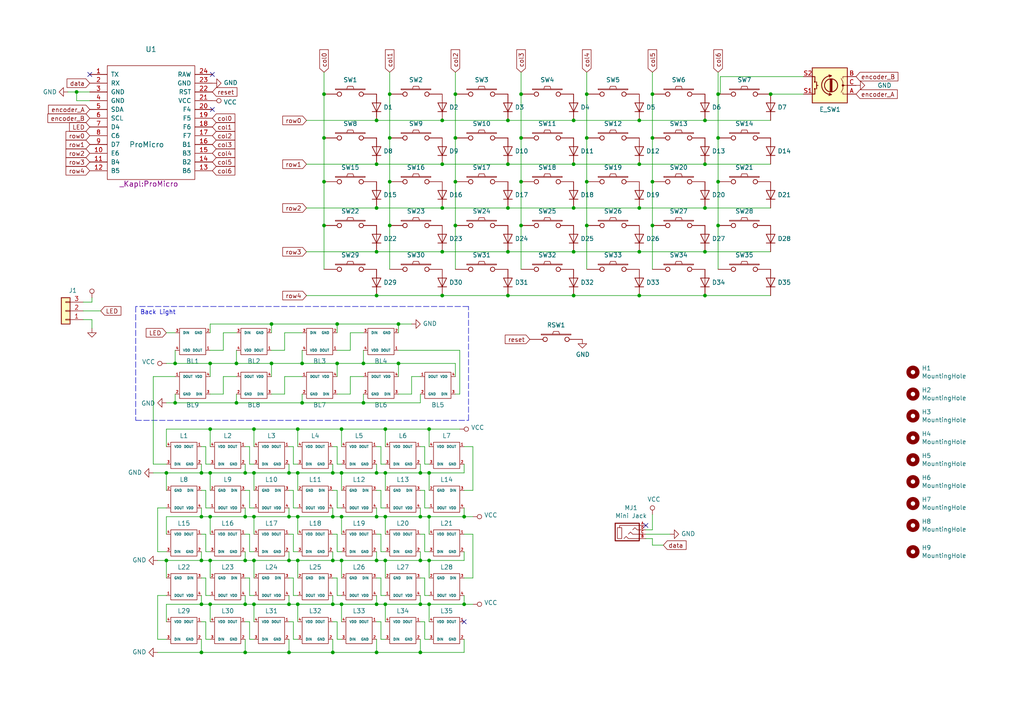
<source format=kicad_sch>
(kicad_sch (version 20211123) (generator eeschema)
  (paper "A4")
  (junction (at 204.47 47.625))
  (junction (at 97.79 105.41))
  (junction (at 166.37 34.925))
  (junction (at 166.37 85.725))
  (junction (at 93.98 65.405))
  (junction (at 147.32 60.325))
  (junction (at 68.58 105.41))
  (junction (at 147.32 47.625))
  (junction (at 166.37 47.625))
  (junction (at 73.66 137.16))
  (junction (at 71.12 189.23))
  (junction (at 86.36 175.26))
  (junction (at 134.62 149.86))
  (junction (at 208.28 27.305))
  (junction (at 68.58 116.84))
  (junction (at 96.52 149.86))
  (junction (at 151.13 27.305))
  (junction (at 166.37 60.325))
  (junction (at 96.52 189.23))
  (junction (at 132.08 52.705))
  (junction (at 99.06 124.46))
  (junction (at 87.63 116.84))
  (junction (at 83.82 189.23))
  (junction (at 22.225 26.67))
  (junction (at 73.66 149.86))
  (junction (at 128.27 73.025))
  (junction (at 128.27 85.725))
  (junction (at 58.42 162.56))
  (junction (at 48.26 137.16))
  (junction (at 71.12 175.26))
  (junction (at 78.74 93.98))
  (junction (at 185.42 85.725))
  (junction (at 71.12 137.16))
  (junction (at 109.22 60.325))
  (junction (at 83.82 175.26))
  (junction (at 60.96 149.86))
  (junction (at 189.23 65.405))
  (junction (at 58.42 149.86))
  (junction (at 86.36 124.46))
  (junction (at 99.06 175.26))
  (junction (at 73.66 175.26))
  (junction (at 115.57 93.98))
  (junction (at 170.18 27.305))
  (junction (at 208.28 52.705))
  (junction (at 73.66 162.56))
  (junction (at 99.06 149.86))
  (junction (at 60.96 105.41))
  (junction (at 111.76 162.56))
  (junction (at 96.52 162.56))
  (junction (at 87.63 105.41))
  (junction (at 109.22 137.16))
  (junction (at 124.46 149.86))
  (junction (at 208.28 40.005))
  (junction (at 189.23 52.705))
  (junction (at 204.47 73.025))
  (junction (at 170.18 40.005))
  (junction (at 147.32 34.925))
  (junction (at 189.23 40.005))
  (junction (at 128.27 34.925))
  (junction (at 204.47 34.925))
  (junction (at 83.82 137.16))
  (junction (at 105.41 105.41))
  (junction (at 124.46 137.16))
  (junction (at 121.92 162.56))
  (junction (at 93.98 52.705))
  (junction (at 60.96 175.26))
  (junction (at 113.03 52.705))
  (junction (at 132.08 27.305))
  (junction (at 166.37 73.025))
  (junction (at 83.82 162.56))
  (junction (at 58.42 137.16))
  (junction (at 185.42 47.625))
  (junction (at 121.92 137.16))
  (junction (at 111.76 149.86))
  (junction (at 109.22 47.625))
  (junction (at 99.06 137.16))
  (junction (at 93.98 40.005))
  (junction (at 48.26 162.56))
  (junction (at 151.13 52.705))
  (junction (at 185.42 73.025))
  (junction (at 78.74 105.41))
  (junction (at 60.96 137.16))
  (junction (at 109.22 175.26))
  (junction (at 86.36 137.16))
  (junction (at 50.8 105.41))
  (junction (at 132.08 65.405))
  (junction (at 124.46 175.26))
  (junction (at 86.36 149.86))
  (junction (at 151.13 65.405))
  (junction (at 128.27 47.625))
  (junction (at 93.98 27.305))
  (junction (at 121.92 149.86))
  (junction (at 58.42 189.23))
  (junction (at 109.22 149.86))
  (junction (at 71.12 149.86))
  (junction (at 50.8 116.84))
  (junction (at 99.06 162.56))
  (junction (at 109.22 34.925))
  (junction (at 185.42 34.925))
  (junction (at 96.52 175.26))
  (junction (at 71.12 162.56))
  (junction (at 86.36 162.56))
  (junction (at 121.92 189.23))
  (junction (at 134.62 175.26))
  (junction (at 60.96 124.46))
  (junction (at 109.22 85.725))
  (junction (at 111.76 175.26))
  (junction (at 109.22 162.56))
  (junction (at 105.41 116.84))
  (junction (at 96.52 137.16))
  (junction (at 124.46 124.46))
  (junction (at 111.76 124.46))
  (junction (at 113.03 27.305))
  (junction (at 208.28 65.405))
  (junction (at 185.42 60.325))
  (junction (at 151.13 40.005))
  (junction (at 113.03 65.405))
  (junction (at 189.23 27.305))
  (junction (at 113.03 40.005))
  (junction (at 111.76 137.16))
  (junction (at 109.22 73.025))
  (junction (at 73.66 124.46))
  (junction (at 147.32 85.725))
  (junction (at 115.57 105.41))
  (junction (at 121.92 175.26))
  (junction (at 58.42 175.26))
  (junction (at 109.22 189.23))
  (junction (at 128.27 60.325))
  (junction (at 170.18 65.405))
  (junction (at 204.47 85.725))
  (junction (at 147.32 73.025))
  (junction (at 60.96 162.56))
  (junction (at 124.46 162.56))
  (junction (at 204.47 60.325))
  (junction (at 83.82 149.86))
  (junction (at 132.08 40.005))
  (junction (at 223.52 27.305))
  (junction (at 97.79 93.98))
  (junction (at 170.18 52.705))
  (no_connect (at 187.325 152.4))
  (no_connect (at 61.595 21.59))
  (no_connect (at 134.62 180.34))
  (no_connect (at 61.595 31.75))
  (no_connect (at 26.035 21.59))
  (wire (pts (xy 124.46 129.54) (xy 124.46 124.46)))
  (wire (pts (xy 83.82 149.86) (xy 86.36 149.86)))
  (wire (pts (xy 83.82 189.23) (xy 71.12 189.23)))
  (wire (pts (xy 26.67 92.71) (xy 26.67 95.25)))
  (wire (pts (xy 87.63 114.3) (xy 87.63 116.84)))
  (wire (pts (xy 109.22 47.625) (xy 128.27 47.625)))
  (wire (pts (xy 113.03 20.955) (xy 113.03 27.305)))
  (wire (pts (xy 99.06 162.56) (xy 96.52 162.56)))
  (wire (pts (xy 189.23 20.955) (xy 189.23 27.305)))
  (wire (pts (xy 151.13 52.705) (xy 151.13 65.405)))
  (wire (pts (xy 71.12 137.16) (xy 60.96 137.16)))
  (wire (pts (xy 189.23 40.005) (xy 189.23 52.705)))
  (wire (pts (xy 58.42 162.56) (xy 48.26 162.56)))
  (wire (pts (xy 119.38 114.3) (xy 119.38 109.22)))
  (wire (pts (xy 97.79 109.22) (xy 97.79 105.41)))
  (wire (pts (xy 48.26 172.72) (xy 45.72 172.72)))
  (wire (pts (xy 128.27 73.025) (xy 147.32 73.025)))
  (wire (pts (xy 121.92 167.64) (xy 123.19 167.64)))
  (wire (pts (xy 121.92 162.56) (xy 111.76 162.56)))
  (wire (pts (xy 134.62 160.02) (xy 134.62 162.56)))
  (wire (pts (xy 204.47 60.325) (xy 223.52 60.325)))
  (wire (pts (xy 166.37 73.025) (xy 185.42 73.025)))
  (wire (pts (xy 72.39 154.94) (xy 72.39 160.02)))
  (wire (pts (xy 97.79 160.02) (xy 99.06 160.02)))
  (wire (pts (xy 101.6 109.22) (xy 105.41 109.22)))
  (wire (pts (xy 97.79 96.52) (xy 97.79 93.98)))
  (wire (pts (xy 72.39 142.24) (xy 72.39 147.32)))
  (wire (pts (xy 78.74 93.98) (xy 97.79 93.98)))
  (wire (pts (xy 134.62 185.42) (xy 134.62 189.23)))
  (wire (pts (xy 128.27 60.325) (xy 147.32 60.325)))
  (wire (pts (xy 86.36 162.56) (xy 83.82 162.56)))
  (wire (pts (xy 59.69 160.02) (xy 60.96 160.02)))
  (wire (pts (xy 72.39 147.32) (xy 73.66 147.32)))
  (wire (pts (xy 86.36 149.86) (xy 96.52 149.86)))
  (wire (pts (xy 99.06 154.94) (xy 99.06 149.86)))
  (wire (pts (xy 208.28 27.305) (xy 208.915 27.305)))
  (wire (pts (xy 60.96 149.86) (xy 71.12 149.86)))
  (wire (pts (xy 170.18 65.405) (xy 170.18 78.105)))
  (wire (pts (xy 64.77 109.22) (xy 68.58 109.22)))
  (wire (pts (xy 110.49 172.72) (xy 111.76 172.72)))
  (wire (pts (xy 134.62 162.56) (xy 124.46 162.56)))
  (wire (pts (xy 132.08 40.005) (xy 132.08 52.705)))
  (wire (pts (xy 119.38 109.22) (xy 121.92 109.22)))
  (wire (pts (xy 115.57 93.98) (xy 115.57 96.52)))
  (wire (pts (xy 73.66 137.16) (xy 71.12 137.16)))
  (wire (pts (xy 48.26 167.64) (xy 48.26 162.56)))
  (wire (pts (xy 73.66 154.94) (xy 73.66 149.86)))
  (wire (pts (xy 96.52 189.23) (xy 83.82 189.23)))
  (wire (pts (xy 123.19 180.34) (xy 123.19 185.42)))
  (wire (pts (xy 111.76 162.56) (xy 109.22 162.56)))
  (wire (pts (xy 83.82 134.62) (xy 83.82 137.16)))
  (wire (pts (xy 73.66 124.46) (xy 86.36 124.46)))
  (wire (pts (xy 48.26 116.84) (xy 50.8 116.84)))
  (wire (pts (xy 124.46 180.34) (xy 124.46 175.26)))
  (wire (pts (xy 113.03 65.405) (xy 113.03 78.105)))
  (wire (pts (xy 71.12 162.56) (xy 60.96 162.56)))
  (wire (pts (xy 64.77 101.6) (xy 60.96 101.6)))
  (wire (pts (xy 88.9 47.625) (xy 109.22 47.625)))
  (wire (pts (xy 189.23 158.115) (xy 192.405 158.115)))
  (wire (pts (xy 187.325 156.21) (xy 189.23 156.21)))
  (wire (pts (xy 110.49 142.24) (xy 110.49 147.32)))
  (wire (pts (xy 73.66 175.26) (xy 83.82 175.26)))
  (wire (pts (xy 93.98 52.705) (xy 93.98 65.405)))
  (wire (pts (xy 72.39 160.02) (xy 73.66 160.02)))
  (wire (pts (xy 111.76 129.54) (xy 111.76 124.46)))
  (wire (pts (xy 58.42 180.34) (xy 59.69 180.34)))
  (wire (pts (xy 58.42 189.23) (xy 45.72 189.23)))
  (wire (pts (xy 58.42 160.02) (xy 58.42 162.56)))
  (wire (pts (xy 101.6 101.6) (xy 97.79 101.6)))
  (wire (pts (xy 83.82 160.02) (xy 83.82 162.56)))
  (wire (pts (xy 147.32 73.025) (xy 166.37 73.025)))
  (wire (pts (xy 134.62 137.16) (xy 124.46 137.16)))
  (wire (pts (xy 48.26 142.24) (xy 48.26 137.16)))
  (wire (pts (xy 110.49 180.34) (xy 110.49 185.42)))
  (wire (pts (xy 121.92 189.23) (xy 109.22 189.23)))
  (wire (pts (xy 109.22 175.26) (xy 111.76 175.26)))
  (wire (pts (xy 83.82 137.16) (xy 73.66 137.16)))
  (wire (pts (xy 83.82 154.94) (xy 85.09 154.94)))
  (wire (pts (xy 85.09 185.42) (xy 86.36 185.42)))
  (wire (pts (xy 82.55 101.6) (xy 78.74 101.6)))
  (wire (pts (xy 59.69 142.24) (xy 59.69 147.32)))
  (wire (pts (xy 204.47 73.025) (xy 223.52 73.025)))
  (wire (pts (xy 111.76 167.64) (xy 111.76 162.56)))
  (wire (pts (xy 97.79 142.24) (xy 97.79 147.32)))
  (wire (pts (xy 86.36 137.16) (xy 83.82 137.16)))
  (wire (pts (xy 48.26 124.46) (xy 60.96 124.46)))
  (wire (pts (xy 110.49 160.02) (xy 111.76 160.02)))
  (wire (pts (xy 109.22 162.56) (xy 99.06 162.56)))
  (wire (pts (xy 64.77 96.52) (xy 64.77 101.6)))
  (wire (pts (xy 86.36 129.54) (xy 86.36 124.46)))
  (wire (pts (xy 24.13 92.71) (xy 26.67 92.71)))
  (wire (pts (xy 134.62 137.16) (xy 134.62 134.62)))
  (wire (pts (xy 82.55 109.22) (xy 87.63 109.22)))
  (wire (pts (xy 86.36 124.46) (xy 99.06 124.46)))
  (wire (pts (xy 83.82 175.26) (xy 86.36 175.26)))
  (wire (pts (xy 83.82 172.72) (xy 83.82 175.26)))
  (wire (pts (xy 93.98 20.955) (xy 93.98 27.305)))
  (wire (pts (xy 96.52 149.86) (xy 99.06 149.86)))
  (wire (pts (xy 78.74 96.52) (xy 78.74 93.98)))
  (wire (pts (xy 26.035 29.21) (xy 22.225 29.21)))
  (wire (pts (xy 124.46 162.56) (xy 121.92 162.56)))
  (wire (pts (xy 99.06 149.86) (xy 109.22 149.86)))
  (wire (pts (xy 96.52 160.02) (xy 96.52 162.56)))
  (wire (pts (xy 72.39 180.34) (xy 72.39 185.42)))
  (wire (pts (xy 124.46 142.24) (xy 124.46 137.16)))
  (wire (pts (xy 101.6 114.3) (xy 101.6 109.22)))
  (wire (pts (xy 187.325 153.67) (xy 189.23 153.67)))
  (wire (pts (xy 185.42 60.325) (xy 204.47 60.325)))
  (wire (pts (xy 97.79 185.42) (xy 99.06 185.42)))
  (wire (pts (xy 26.035 26.67) (xy 22.225 26.67)))
  (wire (pts (xy 85.09 160.02) (xy 86.36 160.02)))
  (wire (pts (xy 204.47 34.925) (xy 223.52 34.925)))
  (wire (pts (xy 60.96 109.22) (xy 60.96 105.41)))
  (wire (pts (xy 87.63 116.84) (xy 105.41 116.84)))
  (wire (pts (xy 60.96 129.54) (xy 60.96 124.46)))
  (wire (pts (xy 111.76 154.94) (xy 111.76 149.86)))
  (wire (pts (xy 97.79 167.64) (xy 97.79 172.72)))
  (wire (pts (xy 109.22 167.64) (xy 110.49 167.64)))
  (wire (pts (xy 189.23 156.21) (xy 189.23 158.115)))
  (wire (pts (xy 132.08 27.305) (xy 132.08 40.005)))
  (wire (pts (xy 109.22 172.72) (xy 109.22 175.26)))
  (wire (pts (xy 73.66 149.86) (xy 83.82 149.86)))
  (wire (pts (xy 134.62 129.54) (xy 137.16 129.54)))
  (wire (pts (xy 64.77 114.3) (xy 64.77 109.22)))
  (wire (pts (xy 123.19 160.02) (xy 124.46 160.02)))
  (wire (pts (xy 60.96 105.41) (xy 50.8 105.41)))
  (wire (pts (xy 124.46 124.46) (xy 133.35 124.46)))
  (wire (pts (xy 147.32 85.725) (xy 166.37 85.725)))
  (wire (pts (xy 71.12 129.54) (xy 72.39 129.54)))
  (wire (pts (xy 124.46 147.32) (xy 123.19 147.32)))
  (wire (pts (xy 93.98 65.405) (xy 93.98 78.105)))
  (wire (pts (xy 85.09 142.24) (xy 85.09 147.32)))
  (wire (pts (xy 44.45 109.22) (xy 50.8 109.22)))
  (wire (pts (xy 128.27 34.925) (xy 147.32 34.925)))
  (wire (pts (xy 73.66 142.24) (xy 73.66 137.16)))
  (wire (pts (xy 48.26 129.54) (xy 48.26 124.46)))
  (wire (pts (xy 60.96 180.34) (xy 60.96 175.26)))
  (wire (pts (xy 83.82 142.24) (xy 85.09 142.24)))
  (wire (pts (xy 109.22 142.24) (xy 110.49 142.24)))
  (wire (pts (xy 208.28 20.955) (xy 208.28 27.305)))
  (wire (pts (xy 109.22 180.34) (xy 110.49 180.34)))
  (wire (pts (xy 82.55 114.3) (xy 82.55 109.22)))
  (wire (pts (xy 101.6 96.52) (xy 101.6 101.6)))
  (wire (pts (xy 83.82 180.34) (xy 85.09 180.34)))
  (wire (pts (xy 71.12 185.42) (xy 71.12 189.23)))
  (wire (pts (xy 88.9 85.725) (xy 109.22 85.725)))
  (wire (pts (xy 22.225 26.67) (xy 19.685 26.67)))
  (wire (pts (xy 147.32 34.925) (xy 166.37 34.925)))
  (wire (pts (xy 99.06 142.24) (xy 99.06 137.16)))
  (wire (pts (xy 113.03 52.705) (xy 113.03 65.405)))
  (wire (pts (xy 99.06 124.46) (xy 111.76 124.46)))
  (wire (pts (xy 151.13 20.955) (xy 151.13 27.305)))
  (wire (pts (xy 72.39 172.72) (xy 73.66 172.72)))
  (wire (pts (xy 73.66 167.64) (xy 73.66 162.56)))
  (wire (pts (xy 50.8 116.84) (xy 50.8 114.3)))
  (wire (pts (xy 58.42 175.26) (xy 60.96 175.26)))
  (wire (pts (xy 59.69 129.54) (xy 59.69 134.62)))
  (wire (pts (xy 109.22 189.23) (xy 96.52 189.23)))
  (wire (pts (xy 111.76 149.86) (xy 121.92 149.86)))
  (wire (pts (xy 208.28 65.405) (xy 208.28 78.105)))
  (wire (pts (xy 97.79 134.62) (xy 99.06 134.62)))
  (wire (pts (xy 109.22 85.725) (xy 128.27 85.725)))
  (wire (pts (xy 86.36 175.26) (xy 96.52 175.26)))
  (polyline (pts (xy 135.89 121.92) (xy 135.89 88.9)))
  (wire (pts (xy 93.98 40.005) (xy 93.98 52.705)))
  (wire (pts (xy 68.58 96.52) (xy 64.77 96.52)))
  (wire (pts (xy 185.42 34.925) (xy 204.47 34.925)))
  (wire (pts (xy 110.49 154.94) (xy 110.49 160.02)))
  (wire (pts (xy 96.52 154.94) (xy 97.79 154.94)))
  (wire (pts (xy 121.92 172.72) (xy 121.92 175.26)))
  (wire (pts (xy 85.09 154.94) (xy 85.09 160.02)))
  (wire (pts (xy 109.22 137.16) (xy 99.06 137.16)))
  (wire (pts (xy 58.42 134.62) (xy 58.42 137.16)))
  (wire (pts (xy 60.96 154.94) (xy 60.96 149.86)))
  (wire (pts (xy 68.58 114.3) (xy 68.58 116.84)))
  (wire (pts (xy 60.96 124.46) (xy 73.66 124.46)))
  (wire (pts (xy 59.69 180.34) (xy 59.69 185.42)))
  (wire (pts (xy 60.96 167.64) (xy 60.96 162.56)))
  (wire (pts (xy 71.12 147.32) (xy 71.12 149.86)))
  (wire (pts (xy 185.42 47.625) (xy 204.47 47.625)))
  (wire (pts (xy 189.23 27.305) (xy 189.23 40.005)))
  (wire (pts (xy 26.67 87.63) (xy 26.67 86.36)))
  (wire (pts (xy 59.69 147.32) (xy 60.96 147.32)))
  (wire (pts (xy 83.82 129.54) (xy 85.09 129.54)))
  (wire (pts (xy 86.36 142.24) (xy 86.36 137.16)))
  (wire (pts (xy 73.66 180.34) (xy 73.66 175.26)))
  (wire (pts (xy 208.28 40.005) (xy 208.28 52.705)))
  (wire (pts (xy 45.72 160.02) (xy 48.26 160.02)))
  (wire (pts (xy 72.39 129.54) (xy 72.39 134.62)))
  (wire (pts (xy 58.42 172.72) (xy 58.42 175.26)))
  (wire (pts (xy 109.22 154.94) (xy 110.49 154.94)))
  (wire (pts (xy 96.52 147.32) (xy 96.52 149.86)))
  (wire (pts (xy 109.22 60.325) (xy 128.27 60.325)))
  (wire (pts (xy 128.27 85.725) (xy 147.32 85.725)))
  (wire (pts (xy 60.96 142.24) (xy 60.96 137.16)))
  (wire (pts (xy 121.92 175.26) (xy 124.46 175.26)))
  (wire (pts (xy 24.13 87.63) (xy 26.67 87.63)))
  (wire (pts (xy 111.76 142.24) (xy 111.76 137.16)))
  (wire (pts (xy 59.69 154.94) (xy 59.69 160.02)))
  (wire (pts (xy 71.12 134.62) (xy 71.12 137.16)))
  (wire (pts (xy 233.045 22.225) (xy 208.915 22.225)))
  (wire (pts (xy 83.82 162.56) (xy 73.66 162.56)))
  (wire (pts (xy 68.58 101.6) (xy 68.58 105.41)))
  (wire (pts (xy 208.915 22.225) (xy 208.915 27.305)))
  (wire (pts (xy 99.06 175.26) (xy 109.22 175.26)))
  (wire (pts (xy 124.46 167.64) (xy 124.46 162.56)))
  (wire (pts (xy 97.79 93.98) (xy 115.57 93.98)))
  (wire (pts (xy 170.18 20.955) (xy 170.18 27.305)))
  (wire (pts (xy 85.09 172.72) (xy 86.36 172.72)))
  (wire (pts (xy 85.09 180.34) (xy 85.09 185.42)))
  (wire (pts (xy 97.79 147.32) (xy 99.06 147.32)))
  (wire (pts (xy 60.96 175.26) (xy 71.12 175.26)))
  (wire (pts (xy 50.8 96.52) (xy 48.26 96.52)))
  (wire (pts (xy 71.12 172.72) (xy 71.12 175.26)))
  (wire (pts (xy 124.46 175.26) (xy 134.62 175.26)))
  (wire (pts (xy 97.79 105.41) (xy 87.63 105.41)))
  (wire (pts (xy 85.09 167.64) (xy 85.09 172.72)))
  (wire (pts (xy 170.18 27.305) (xy 170.18 40.005)))
  (wire (pts (xy 71.12 189.23) (xy 58.42 189.23)))
  (wire (pts (xy 208.28 27.305) (xy 208.28 40.005)))
  (wire (pts (xy 48.26 162.56) (xy 45.72 162.56)))
  (wire (pts (xy 59.69 172.72) (xy 60.96 172.72)))
  (wire (pts (xy 93.98 27.305) (xy 93.98 40.005)))
  (wire (pts (xy 78.74 109.22) (xy 78.74 105.41)))
  (wire (pts (xy 109.22 160.02) (xy 109.22 162.56)))
  (wire (pts (xy 189.23 65.405) (xy 189.23 78.105)))
  (wire (pts (xy 50.8 105.41) (xy 50.8 101.6)))
  (wire (pts (xy 123.19 167.64) (xy 123.19 172.72)))
  (wire (pts (xy 189.23 52.705) (xy 189.23 65.405)))
  (wire (pts (xy 121.92 149.86) (xy 124.46 149.86)))
  (wire (pts (xy 60.96 93.98) (xy 78.74 93.98)))
  (wire (pts (xy 166.37 47.625) (xy 185.42 47.625)))
  (wire (pts (xy 83.82 185.42) (xy 83.82 189.23)))
  (wire (pts (xy 96.52 180.34) (xy 97.79 180.34)))
  (wire (pts (xy 132.08 109.22) (xy 132.08 105.41)))
  (wire (pts (xy 96.52 167.64) (xy 97.79 167.64)))
  (polyline (pts (xy 135.89 88.9) (xy 39.37 88.9)))
  (wire (pts (xy 123.19 142.24) (xy 121.92 142.24)))
  (wire (pts (xy 96.52 185.42) (xy 96.52 189.23)))
  (wire (pts (xy 124.46 149.86) (xy 134.62 149.86)))
  (wire (pts (xy 86.36 167.64) (xy 86.36 162.56)))
  (wire (pts (xy 189.23 149.225) (xy 189.23 153.67)))
  (wire (pts (xy 110.49 185.42) (xy 111.76 185.42)))
  (wire (pts (xy 48.26 175.26) (xy 58.42 175.26)))
  (wire (pts (xy 110.49 167.64) (xy 110.49 172.72)))
  (wire (pts (xy 123.19 154.94) (xy 123.19 160.02)))
  (wire (pts (xy 45.72 172.72) (xy 45.72 185.42)))
  (wire (pts (xy 45.72 147.32) (xy 45.72 160.02)))
  (wire (pts (xy 121.92 129.54) (xy 123.19 129.54)))
  (wire (pts (xy 128.27 47.625) (xy 147.32 47.625)))
  (wire (pts (xy 110.49 129.54) (xy 110.49 134.62)))
  (wire (pts (xy 87.63 96.52) (xy 82.55 96.52)))
  (wire (pts (xy 58.42 129.54) (xy 59.69 129.54)))
  (polyline (pts (xy 39.37 88.9) (xy 39.37 121.92)))
  (wire (pts (xy 73.66 129.54) (xy 73.66 124.46)))
  (wire (pts (xy 58.42 149.86) (xy 60.96 149.86)))
  (wire (pts (xy 134.62 149.86) (xy 137.16 149.86)))
  (wire (pts (xy 97.79 114.3) (xy 101.6 114.3)))
  (wire (pts (xy 170.18 40.005) (xy 170.18 52.705)))
  (wire (pts (xy 115.57 105.41) (xy 105.41 105.41)))
  (wire (pts (xy 71.12 154.94) (xy 72.39 154.94)))
  (wire (pts (xy 115.57 109.22) (xy 115.57 105.41)))
  (wire (pts (xy 123.19 185.42) (xy 124.46 185.42)))
  (wire (pts (xy 115.57 101.6) (xy 133.35 101.6)))
  (wire (pts (xy 48.26 154.94) (xy 48.26 149.86)))
  (wire (pts (xy 78.74 105.41) (xy 68.58 105.41)))
  (wire (pts (xy 121.92 114.3) (xy 121.92 116.84)))
  (wire (pts (xy 48.26 149.86) (xy 58.42 149.86)))
  (wire (pts (xy 96.52 142.24) (xy 97.79 142.24)))
  (wire (pts (xy 124.46 154.94) (xy 124.46 149.86)))
  (wire (pts (xy 109.22 149.86) (xy 111.76 149.86)))
  (wire (pts (xy 99.06 129.54) (xy 99.06 124.46)))
  (wire (pts (xy 151.13 40.005) (xy 151.13 52.705)))
  (wire (pts (xy 83.82 167.64) (xy 85.09 167.64)))
  (wire (pts (xy 151.13 65.405) (xy 151.13 78.105)))
  (wire (pts (xy 134.62 172.72) (xy 134.62 175.26)))
  (wire (pts (xy 58.42 147.32) (xy 58.42 149.86)))
  (wire (pts (xy 115.57 114.3) (xy 119.38 114.3)))
  (wire (pts (xy 124.46 137.16) (xy 121.92 137.16)))
  (wire (pts (xy 105.41 116.84) (xy 121.92 116.84)))
  (wire (pts (xy 88.9 73.025) (xy 109.22 73.025)))
  (wire (pts (xy 99.06 137.16) (xy 96.52 137.16)))
  (wire (pts (xy 147.32 60.325) (xy 166.37 60.325)))
  (wire (pts (xy 71.12 175.26) (xy 73.66 175.26)))
  (wire (pts (xy 58.42 185.42) (xy 58.42 189.23)))
  (wire (pts (xy 48.26 147.32) (xy 45.72 147.32)))
  (wire (pts (xy 105.41 101.6) (xy 105.41 105.41)))
  (wire (pts (xy 44.45 134.62) (xy 48.26 134.62)))
  (wire (pts (xy 97.79 172.72) (xy 99.06 172.72)))
  (wire (pts (xy 132.08 114.3) (xy 133.35 114.3)))
  (wire (pts (xy 105.41 96.52) (xy 101.6 96.52)))
  (wire (pts (xy 88.9 34.925) (xy 109.22 34.925)))
  (wire (pts (xy 82.55 96.52) (xy 82.55 101.6)))
  (wire (pts (xy 166.37 60.325) (xy 185.42 60.325)))
  (wire (pts (xy 121.92 147.32) (xy 121.92 149.86)))
  (wire (pts (xy 96.52 172.72) (xy 96.52 175.26)))
  (wire (pts (xy 109.22 34.925) (xy 128.27 34.925)))
  (wire (pts (xy 97.79 154.94) (xy 97.79 160.02)))
  (wire (pts (xy 109.22 129.54) (xy 110.49 129.54)))
  (wire (pts (xy 134.62 154.94) (xy 137.16 154.94)))
  (wire (pts (xy 87.63 101.6) (xy 87.63 105.41)))
  (wire (pts (xy 60.96 114.3) (xy 64.77 114.3)))
  (wire (pts (xy 86.36 180.34) (xy 86.36 175.26)))
  (wire (pts (xy 60.96 96.52) (xy 60.96 93.98)))
  (wire (pts (xy 96.52 129.54) (xy 97.79 129.54)))
  (wire (pts (xy 123.19 172.72) (xy 124.46 172.72)))
  (wire (pts (xy 137.16 142.24) (xy 134.62 142.24)))
  (wire (pts (xy 132.08 52.705) (xy 132.08 65.405)))
  (wire (pts (xy 105.41 105.41) (xy 97.79 105.41)))
  (wire (pts (xy 109.22 185.42) (xy 109.22 189.23)))
  (wire (pts (xy 123.19 129.54) (xy 123.19 134.62)))
  (polyline (pts (xy 39.37 121.92) (xy 135.89 121.92)))
  (wire (pts (xy 68.58 116.84) (xy 87.63 116.84)))
  (wire (pts (xy 73.66 162.56) (xy 71.12 162.56)))
  (wire (pts (xy 111.76 180.34) (xy 111.76 175.26)))
  (wire (pts (xy 134.62 147.32) (xy 134.62 149.86)))
  (wire (pts (xy 121.92 185.42) (xy 121.92 189.23)))
  (wire (pts (xy 24.13 90.17) (xy 29.21 90.17)))
  (wire (pts (xy 147.32 47.625) (xy 166.37 47.625)))
  (wire (pts (xy 111.76 124.46) (xy 124.46 124.46)))
  (wire (pts (xy 58.42 154.94) (xy 59.69 154.94)))
  (wire (pts (xy 123.19 134.62) (xy 124.46 134.62)))
  (wire (pts (xy 96.52 134.62) (xy 96.52 137.16)))
  (wire (pts (xy 170.18 52.705) (xy 170.18 65.405)))
  (wire (pts (xy 166.37 85.725) (xy 185.42 85.725)))
  (wire (pts (xy 68.58 105.41) (xy 60.96 105.41)))
  (wire (pts (xy 71.12 149.86) (xy 73.66 149.86)))
  (wire (pts (xy 87.63 105.41) (xy 78.74 105.41)))
  (wire (pts (xy 208.28 52.705) (xy 208.28 65.405)))
  (wire (pts (xy 204.47 47.625) (xy 223.52 47.625)))
  (wire (pts (xy 60.96 162.56) (xy 58.42 162.56)))
  (wire (pts (xy 132.08 105.41) (xy 115.57 105.41)))
  (wire (pts (xy 78.74 114.3) (xy 82.55 114.3)))
  (wire (pts (xy 137.16 167.64) (xy 134.62 167.64)))
  (wire (pts (xy 132.08 65.405) (xy 132.08 78.105)))
  (wire (pts (xy 113.03 27.305) (xy 113.03 40.005)))
  (wire (pts (xy 59.69 134.62) (xy 60.96 134.62)))
  (wire (pts (xy 109.22 147.32) (xy 109.22 149.86)))
  (wire (pts (xy 166.37 34.925) (xy 185.42 34.925)))
  (wire (pts (xy 71.12 180.34) (xy 72.39 180.34)))
  (wire (pts (xy 187.325 154.94) (xy 194.31 154.94)))
  (wire (pts (xy 151.13 27.305) (xy 151.13 40.005)))
  (wire (pts (xy 22.225 29.21) (xy 22.225 26.67)))
  (wire (pts (xy 48.26 137.16) (xy 44.45 137.16)))
  (wire (pts (xy 71.12 167.64) (xy 72.39 167.64)))
  (wire (pts (xy 111.76 137.16) (xy 109.22 137.16)))
  (wire (pts (xy 88.9 60.325) (xy 109.22 60.325)))
  (wire (pts (xy 109.22 134.62) (xy 109.22 137.16)))
  (wire (pts (xy 121.92 154.94) (xy 123.19 154.94)))
  (wire (pts (xy 121.92 180.34) (xy 123.19 180.34)))
  (wire (pts (xy 96.52 162.56) (xy 86.36 162.56)))
  (wire (pts (xy 71.12 142.24) (xy 72.39 142.24)))
  (wire (pts (xy 44.45 109.22) (xy 44.45 134.62)))
  (wire (pts (xy 97.79 180.34) (xy 97.79 185.42)))
  (wire (pts (xy 60.96 137.16) (xy 58.42 137.16)))
  (wire (pts (xy 134.62 189.23) (xy 121.92 189.23)))
  (wire (pts (xy 58.42 137.16) (xy 48.26 137.16)))
  (wire (pts (xy 72.39 134.62) (xy 73.66 134.62)))
  (wire (pts (xy 111.76 175.26) (xy 121.92 175.26)))
  (wire (pts (xy 85.09 147.32) (xy 86.36 147.32)))
  (wire (pts (xy 110.49 147.32) (xy 111.76 147.32)))
  (wire (pts (xy 48.26 105.41) (xy 50.8 105.41)))
  (wire (pts (xy 97.79 129.54) (xy 97.79 134.62)))
  (wire (pts (xy 85.09 129.54) (xy 85.09 134.62)))
  (wire (pts (xy 132.08 20.955) (xy 132.08 27.305)))
  (wire (pts (xy 99.06 180.34) (xy 99.06 175.26)))
  (wire (pts (xy 58.42 142.24) (xy 59.69 142.24)))
  (wire (pts (xy 133.35 101.6) (xy 133.35 114.3)))
  (wire (pts (xy 121.92 137.16) (xy 111.76 137.16)))
  (wire (pts (xy 137.16 129.54) (xy 137.16 142.24)))
  (wire (pts (xy 121.92 160.02) (xy 121.92 162.56)))
  (wire (pts (xy 83.82 147.32) (xy 83.82 149.86)))
  (wire (pts (xy 99.06 167.64) (xy 99.06 162.56)))
  (wire (pts (xy 59.69 185.42) (xy 60.96 185.42)))
  (wire (pts (xy 110.49 134.62) (xy 111.76 134.62)))
  (wire (pts (xy 45.72 185.42) (xy 48.26 185.42)))
  (wire (pts (xy 223.52 27.305) (xy 233.045 27.305)))
  (wire (pts (xy 109.22 73.025) (xy 128.27 73.025)))
  (wire (pts (xy 115.57 93.98) (xy 119.38 93.98)))
  (wire (pts (xy 185.42 85.725) (xy 204.47 85.725)))
  (wire (pts (xy 96.52 175.26) (xy 99.06 175.26)))
  (wire (pts (xy 85.09 134.62) (xy 86.36 134.62)))
  (wire (pts (xy 185.42 73.025) (xy 204.47 73.025)))
  (wire (pts (xy 113.03 40.005) (xy 113.03 52.705)))
  (wire (pts (xy 48.26 180.34) (xy 48.26 175.26)))
  (wire (pts (xy 204.47 85.725) (xy 223.52 85.725)))
  (wire (pts (xy 123.19 147.32) (xy 123.19 142.24)))
  (wire (pts (xy 72.39 167.64) (xy 72.39 172.72)))
  (wire (pts (xy 134.62 175.26) (xy 137.16 175.26)))
  (wire (pts (xy 59.69 167.64) (xy 59.69 172.72)))
  (wire (pts (xy 58.42 167.64) (xy 59.69 167.64)))
  (wire (pts (xy 96.52 137.16) (xy 86.36 137.16)))
  (wire (pts (xy 72.39 185.42) (xy 73.66 185.42)))
  (wire (pts (xy 50.8 116.84) (xy 68.58 116.84)))
  (wire (pts (xy 121.92 134.62) (xy 121.92 137.16)))
  (wire (pts (xy 71.12 160.02) (xy 71.12 162.56)))
  (wire (pts (xy 86.36 154.94) (xy 86.36 149.86)))
  (wire (pts (xy 105.41 114.3) (xy 105.41 116.84)))
  (wire (pts (xy 137.16 154.94) (xy 137.16 167.64)))
  (text "Back Light" (at 40.64 91.44 0) (effects (font (size 1.27 1.27)) (justify left bottom)))
  (global_label "col6" (shape input) (at 208.28 20.955 90) (property "Intersheet References" "${INTERSHEET_REFS}" (effects hide)))
  (global_label "encoder_A" (shape input) (at 248.285 27.305 0) (property "Intersheet References" "${INTERSHEET_REFS}" (effects hide)))
  (global_label "reset" (shape input) (at 153.67 98.425 180) (property "Intersheet References" "${INTERSHEET_REFS}" (effects hide)))
  (global_label "col4" (shape input) (at 61.595 44.45 0) (property "Intersheet References" "${INTERSHEET_REFS}" (effects hide)))
  (global_label "col0" (shape input) (at 61.595 34.29 0) (property "Intersheet References" "${INTERSHEET_REFS}" (effects hide)))
  (global_label "col0" (shape input) (at 93.98 20.955 90) (property "Intersheet References" "${INTERSHEET_REFS}" (effects hide)))
  (global_label "row1" (shape input) (at 26.035 41.91 180) (property "Intersheet References" "${INTERSHEET_REFS}" (effects hide)))
  (global_label "LED" (shape input) (at 29.21 90.17 0) (property "Intersheet References" "${INTERSHEET_REFS}" (effects hide)))
  (global_label "col5" (shape input) (at 189.23 20.955 90) (property "Intersheet References" "${INTERSHEET_REFS}" (effects hide)))
  (global_label "reset" (shape input) (at 61.595 26.67 0) (property "Intersheet References" "${INTERSHEET_REFS}" (effects hide)))
  (global_label "row3" (shape input) (at 26.035 46.99 180) (property "Intersheet References" "${INTERSHEET_REFS}" (effects hide)))
  (global_label "col3" (shape input) (at 151.13 20.955 90) (property "Intersheet References" "${INTERSHEET_REFS}" (effects hide)))
  (global_label "col5" (shape input) (at 61.595 46.99 0) (property "Intersheet References" "${INTERSHEET_REFS}" (effects hide)))
  (global_label "col6" (shape input) (at 61.595 49.53 0) (property "Intersheet References" "${INTERSHEET_REFS}" (effects hide)))
  (global_label "row4" (shape input) (at 88.9 85.725 180) (property "Intersheet References" "${INTERSHEET_REFS}" (effects hide)))
  (global_label "col3" (shape input) (at 61.595 41.91 0) (property "Intersheet References" "${INTERSHEET_REFS}" (effects hide)))
  (global_label "row3" (shape input) (at 88.9 73.025 180) (property "Intersheet References" "${INTERSHEET_REFS}" (effects hide)))
  (global_label "data" (shape input) (at 192.405 158.115 0) (property "Intersheet References" "${INTERSHEET_REFS}" (effects hide)))
  (global_label "encoder_B" (shape input) (at 248.285 22.225 0) (property "Intersheet References" "${INTERSHEET_REFS}" (effects hide)))
  (global_label "row2" (shape input) (at 26.035 44.45 180) (property "Intersheet References" "${INTERSHEET_REFS}" (effects hide)))
  (global_label "LED" (shape input) (at 26.035 36.83 180) (property "Intersheet References" "${INTERSHEET_REFS}" (effects hide)))
  (global_label "col4" (shape input) (at 170.18 20.955 90) (property "Intersheet References" "${INTERSHEET_REFS}" (effects hide)))
  (global_label "col2" (shape input) (at 61.595 39.37 0) (property "Intersheet References" "${INTERSHEET_REFS}" (effects hide)))
  (global_label "row2" (shape input) (at 88.9 60.325 180) (property "Intersheet References" "${INTERSHEET_REFS}" (effects hide)))
  (global_label "row0" (shape input) (at 88.9 34.925 180) (property "Intersheet References" "${INTERSHEET_REFS}" (effects hide)))
  (global_label "col2" (shape input) (at 132.08 20.955 90) (property "Intersheet References" "${INTERSHEET_REFS}" (effects hide)))
  (global_label "data" (shape input) (at 26.035 24.13 180) (property "Intersheet References" "${INTERSHEET_REFS}" (effects hide)))
  (global_label "row0" (shape input) (at 26.035 39.37 180) (property "Intersheet References" "${INTERSHEET_REFS}" (effects hide)))
  (global_label "encoder_B" (shape input) (at 26.035 34.29 180) (property "Intersheet References" "${INTERSHEET_REFS}" (effects hide)))
  (global_label "row1" (shape input) (at 88.9 47.625 180) (property "Intersheet References" "${INTERSHEET_REFS}" (effects hide)))
  (global_label "col1" (shape input) (at 61.595 36.83 0) (property "Intersheet References" "${INTERSHEET_REFS}" (effects hide)))
  (global_label "LED" (shape input) (at 48.26 96.52 180) (property "Intersheet References" "${INTERSHEET_REFS}" (effects hide)))
  (global_label "encoder_A" (shape input) (at 26.035 31.75 180) (property "Intersheet References" "${INTERSHEET_REFS}" (effects hide)))
  (global_label "row4" (shape input) (at 26.035 49.53 180) (property "Intersheet References" "${INTERSHEET_REFS}" (effects hide)))
  (global_label "col1" (shape input) (at 113.03 20.955 90) (property "Intersheet References" "${INTERSHEET_REFS}" (effects hide)))
  (symbol (lib_id "_Kapl:ProMicro") (at 43.815 40.64 0) (unit 1)
    (property "Reference" "U1" (at 43.815 14.3002 0) (effects (font (size 1.524 1.524))))
    (property "Value" "ProMicro" (at 42.545 41.91 0) (effects (font (size 1.524 1.524))))
    (property "Footprint" "_Kapl:ProMicro" (at 43.18 53.34 0) (effects (font (size 1.524 1.524))))
  )
  (symbol (lib_id "_Kapl:SW_PUSH") (at 101.6 27.305 0) (unit 1)
    (property "Reference" "SW1" (at 101.6 23.1648 0))
    (property "Value" "SW_PUSH" (effects hide))
    (property "Footprint" "_Kapl:MX-ALPs-PG1350-rev" (effects hide))
  )
  (symbol (lib_id "_Kapl:Diode") (at 109.22 31.115 90) (unit 1)
    (property "Reference" "D1" (at 111.2266 31.115 90) (effects (justify right)))
    (property "Value" "Diode" (effects hide))
    (property "Footprint" "_Kapl:Diode" (effects hide))
  )
  (symbol (lib_id "_Kapl:SW_PUSH") (at 120.65 27.305 0) (unit 1)
    (property "Reference" "SW2" (at 120.65 23.1648 0))
    (property "Value" "SW_PUSH" (effects hide))
    (property "Footprint" "_Kapl:MX-ALPs-PG1350-rev" (effects hide))
  )
  (symbol (lib_id "_Kapl:Diode") (at 128.27 31.115 90) (unit 1)
    (property "Reference" "D2" (at 130.2766 31.115 90) (effects (justify right)))
    (property "Value" "Diode" (effects hide))
    (property "Footprint" "_Kapl:Diode" (effects hide))
  )
  (symbol (lib_id "_Kapl:SW_PUSH") (at 139.7 27.305 0) (unit 1)
    (property "Reference" "SW3" (at 139.7 23.1648 0))
    (property "Value" "SW_PUSH" (effects hide))
    (property "Footprint" "_Kapl:MX-ALPs-PG1350-rev" (effects hide))
  )
  (symbol (lib_id "_Kapl:Diode") (at 147.32 31.115 90) (unit 1)
    (property "Reference" "D3" (at 149.3266 31.115 90) (effects (justify right)))
    (property "Value" "Diode" (effects hide))
    (property "Footprint" "_Kapl:Diode" (effects hide))
  )
  (symbol (lib_id "_Kapl:SW_PUSH") (at 158.75 27.305 0) (unit 1)
    (property "Reference" "SW4" (at 158.75 23.1648 0))
    (property "Value" "SW_PUSH" (effects hide))
    (property "Footprint" "_Kapl:MX-ALPs-PG1350-rev" (effects hide))
  )
  (symbol (lib_id "_Kapl:Diode") (at 166.37 31.115 90) (unit 1)
    (property "Reference" "D4" (at 168.3766 31.115 90) (effects (justify right)))
    (property "Value" "Diode" (effects hide))
    (property "Footprint" "_Kapl:Diode" (effects hide))
  )
  (symbol (lib_id "_Kapl:SW_PUSH") (at 177.8 27.305 0) (unit 1)
    (property "Reference" "SW5" (at 177.8 23.1648 0))
    (property "Value" "SW_PUSH" (effects hide))
    (property "Footprint" "_Kapl:MX-ALPs-PG1350-rev" (effects hide))
  )
  (symbol (lib_id "_Kapl:Diode") (at 185.42 31.115 90) (unit 1)
    (property "Reference" "D5" (at 187.4266 31.115 90) (effects (justify right)))
    (property "Value" "Diode" (effects hide))
    (property "Footprint" "_Kapl:Diode" (effects hide))
  )
  (symbol (lib_id "_Kapl:SW_PUSH") (at 196.85 27.305 0) (unit 1)
    (property "Reference" "SW6" (at 196.85 23.1648 0))
    (property "Value" "SW_PUSH" (effects hide))
    (property "Footprint" "_Kapl:MX-ALPs-PG1350-rev" (effects hide))
  )
  (symbol (lib_id "_Kapl:Diode") (at 204.47 31.115 90) (unit 1)
    (property "Reference" "D6" (at 206.4766 31.115 90) (effects (justify right)))
    (property "Value" "Diode" (effects hide))
    (property "Footprint" "_Kapl:Diode" (effects hide))
  )
  (symbol (lib_id "_Kapl:SW_PUSH") (at 215.9 27.305 0) (unit 1)
    (property "Reference" "SW7" (at 215.9 23.1648 0))
    (property "Value" "SW_PUSH" (effects hide))
    (property "Footprint" "_Kapl:MX-ALPs-PG1350-rev" (effects hide))
  )
  (symbol (lib_id "_Kapl:Diode") (at 223.52 31.115 90) (unit 1)
    (property "Reference" "D7" (at 225.5266 31.115 90) (effects (justify right)))
    (property "Value" "Diode" (effects hide))
    (property "Footprint" "_Kapl:Diode" (effects hide))
  )
  (symbol (lib_id "_Kapl:SW_PUSH") (at 101.6 40.005 0) (unit 1)
    (property "Reference" "SW8" (at 101.6 35.8648 0))
    (property "Value" "SW_PUSH" (effects hide))
    (property "Footprint" "_Kapl:MX-ALPs-PG1350-rev" (effects hide))
  )
  (symbol (lib_id "_Kapl:Diode") (at 109.22 43.815 90) (unit 1)
    (property "Reference" "D8" (at 111.2266 43.815 90) (effects (justify right)))
    (property "Value" "Diode" (effects hide))
    (property "Footprint" "_Kapl:Diode" (effects hide))
  )
  (symbol (lib_id "_Kapl:SW_PUSH") (at 120.65 40.005 0) (unit 1)
    (property "Reference" "SW9" (at 120.65 35.8648 0))
    (property "Value" "SW_PUSH" (effects hide))
    (property "Footprint" "_Kapl:MX-ALPs-PG1350-rev" (effects hide))
  )
  (symbol (lib_id "_Kapl:Diode") (at 128.27 43.815 90) (unit 1)
    (property "Reference" "D9" (at 130.2766 43.815 90) (effects (justify right)))
    (property "Value" "Diode" (effects hide))
    (property "Footprint" "_Kapl:Diode" (effects hide))
  )
  (symbol (lib_id "_Kapl:SW_PUSH") (at 139.7 40.005 0) (unit 1)
    (property "Reference" "SW10" (at 139.7 35.8648 0))
    (property "Value" "SW_PUSH" (effects hide))
    (property "Footprint" "_Kapl:MX-ALPs-PG1350-rev" (effects hide))
  )
  (symbol (lib_id "_Kapl:Diode") (at 147.32 43.815 90) (unit 1)
    (property "Reference" "D10" (at 149.3266 43.815 90) (effects (justify right)))
    (property "Value" "Diode" (effects hide))
    (property "Footprint" "_Kapl:Diode" (effects hide))
  )
  (symbol (lib_id "_Kapl:SW_PUSH") (at 158.75 40.005 0) (unit 1)
    (property "Reference" "SW11" (at 158.75 35.8648 0))
    (property "Value" "SW_PUSH" (effects hide))
    (property "Footprint" "_Kapl:MX-ALPs-PG1350-rev" (effects hide))
  )
  (symbol (lib_id "_Kapl:Diode") (at 166.37 43.815 90) (unit 1)
    (property "Reference" "D11" (at 168.3766 43.815 90) (effects (justify right)))
    (property "Value" "Diode" (effects hide))
    (property "Footprint" "_Kapl:Diode" (effects hide))
  )
  (symbol (lib_id "_Kapl:SW_PUSH") (at 177.8 40.005 0) (unit 1)
    (property "Reference" "SW12" (at 177.8 35.8648 0))
    (property "Value" "SW_PUSH" (effects hide))
    (property "Footprint" "_Kapl:MX-ALPs-PG1350-rev" (effects hide))
  )
  (symbol (lib_id "_Kapl:Diode") (at 185.42 43.815 90) (unit 1)
    (property "Reference" "D12" (at 187.4266 43.815 90) (effects (justify right)))
    (property "Value" "Diode" (effects hide))
    (property "Footprint" "_Kapl:Diode" (effects hide))
  )
  (symbol (lib_id "_Kapl:SW_PUSH") (at 196.85 40.005 0) (unit 1)
    (property "Reference" "SW13" (at 196.85 35.8648 0))
    (property "Value" "SW_PUSH" (effects hide))
    (property "Footprint" "_Kapl:MX-ALPs-PG1350-rev" (effects hide))
  )
  (symbol (lib_id "_Kapl:Diode") (at 204.47 43.815 90) (unit 1)
    (property "Reference" "D13" (at 206.4766 43.815 90) (effects (justify right)))
    (property "Value" "Diode" (effects hide))
    (property "Footprint" "_Kapl:Diode" (effects hide))
  )
  (symbol (lib_id "_Kapl:SW_PUSH") (at 215.9 40.005 0) (unit 1)
    (property "Reference" "SW14" (at 215.9 35.8648 0))
    (property "Value" "SW_PUSH" (effects hide))
    (property "Footprint" "_Kapl:MX-ALPs-PG1350-rev" (effects hide))
  )
  (symbol (lib_id "_Kapl:Diode") (at 223.52 43.815 90) (unit 1)
    (property "Reference" "D14" (at 225.5266 43.815 90) (effects (justify right)))
    (property "Value" "Diode" (effects hide))
    (property "Footprint" "_Kapl:Diode" (effects hide))
  )
  (symbol (lib_id "_Kapl:power_GND") (at 19.685 26.67 270) (unit 1)
    (property "Reference" "#PWR0105" (effects hide))
    (property "Value" "power_GND" (at 16.51 26.67 90) (effects (justify right)))
  )
  (symbol (lib_id "_Kapl:power_GND") (at 61.595 24.13 90) (unit 1)
    (property "Reference" "#PWR0106" (effects hide))
    (property "Value" "power_GND" (at 64.8462 24.003 90) (effects (justify right)))
  )
  (symbol (lib_id "_Kapl:MountingHole") (at 264.795 160.02 0) (unit 1)
    (property "Reference" "H9" (at 267.335 158.8516 0) (effects (justify left)))
    (property "Value" "MountingHole" (at 267.335 161.163 0) (effects (justify left)))
    (property "Footprint" "_Kapl:MountingHole_3.2mm_M3" (effects hide))
  )
  (symbol (lib_id "_Kapl:power_VCC") (at 61.595 29.21 270) (unit 1)
    (property "Reference" "#PWR0107" (effects hide))
    (property "Value" "power_VCC" (at 64.8462 29.6418 90) (effects (justify left)))
  )
  (symbol (lib_id "_Kapl:SK6812MINI") (at 55.88 99.06 180) (unit 1)
    (property "Reference" "BL1" (at 55.88 104.7496 0) (effects (font (size 1.2954 1.2954))))
    (property "Value" "SK6812MINI" (effects hide))
    (property "Footprint" "_Kapl:SK6812MINI_surface" (effects hide))
  )
  (symbol (lib_id "_Kapl:SW_PUSH") (at 101.6 52.705 0) (unit 1)
    (property "Reference" "SW15" (at 101.6 48.5648 0))
    (property "Value" "SW_PUSH" (effects hide))
    (property "Footprint" "_Kapl:MX-ALPs-PG1350-rev" (effects hide))
  )
  (symbol (lib_id "_Kapl:Diode") (at 109.22 56.515 90) (unit 1)
    (property "Reference" "D15" (at 111.2266 56.515 90) (effects (justify right)))
    (property "Value" "Diode" (effects hide))
    (property "Footprint" "_Kapl:Diode" (effects hide))
  )
  (symbol (lib_id "_Kapl:SW_PUSH") (at 120.65 52.705 0) (unit 1)
    (property "Reference" "SW16" (at 120.65 48.5648 0))
    (property "Value" "SW_PUSH" (effects hide))
    (property "Footprint" "_Kapl:MX-ALPs-PG1350-rev" (effects hide))
  )
  (symbol (lib_id "_Kapl:Diode") (at 128.27 56.515 90) (unit 1)
    (property "Reference" "D16" (at 130.2766 56.515 90) (effects (justify right)))
    (property "Value" "Diode" (effects hide))
    (property "Footprint" "_Kapl:Diode" (effects hide))
  )
  (symbol (lib_id "_Kapl:SW_PUSH") (at 139.7 52.705 0) (unit 1)
    (property "Reference" "SW17" (at 139.7 48.5648 0))
    (property "Value" "SW_PUSH" (effects hide))
    (property "Footprint" "_Kapl:MX-ALPs-PG1350-rev" (effects hide))
  )
  (symbol (lib_id "_Kapl:Diode") (at 147.32 56.515 90) (unit 1)
    (property "Reference" "D17" (at 149.3266 56.515 90) (effects (justify right)))
    (property "Value" "Diode" (effects hide))
    (property "Footprint" "_Kapl:Diode" (effects hide))
  )
  (symbol (lib_id "_Kapl:SW_PUSH") (at 158.75 52.705 0) (unit 1)
    (property "Reference" "SW18" (at 158.75 48.5648 0))
    (property "Value" "SW_PUSH" (effects hide))
    (property "Footprint" "_Kapl:MX-ALPs-PG1350-rev" (effects hide))
  )
  (symbol (lib_id "_Kapl:Diode") (at 166.37 56.515 90) (unit 1)
    (property "Reference" "D18" (at 168.3766 56.515 90) (effects (justify right)))
    (property "Value" "Diode" (effects hide))
    (property "Footprint" "_Kapl:Diode" (effects hide))
  )
  (symbol (lib_id "_Kapl:SW_PUSH") (at 177.8 52.705 0) (unit 1)
    (property "Reference" "SW19" (at 177.8 48.5648 0))
    (property "Value" "SW_PUSH" (effects hide))
    (property "Footprint" "_Kapl:MX-ALPs-PG1350-rev" (effects hide))
  )
  (symbol (lib_id "_Kapl:Diode") (at 185.42 56.515 90) (unit 1)
    (property "Reference" "D19" (at 187.4266 56.515 90) (effects (justify right)))
    (property "Value" "Diode" (effects hide))
    (property "Footprint" "_Kapl:Diode" (effects hide))
  )
  (symbol (lib_id "_Kapl:SW_PUSH") (at 196.85 52.705 0) (unit 1)
    (property "Reference" "SW20" (at 196.85 48.5648 0))
    (property "Value" "SW_PUSH" (effects hide))
    (property "Footprint" "_Kapl:MX-ALPs-PG1350-rev" (effects hide))
  )
  (symbol (lib_id "_Kapl:Diode") (at 204.47 56.515 90) (unit 1)
    (property "Reference" "D20" (at 206.4766 56.515 90) (effects (justify right)))
    (property "Value" "Diode" (effects hide))
    (property "Footprint" "_Kapl:Diode" (effects hide))
  )
  (symbol (lib_id "_Kapl:SW_PUSH") (at 215.9 52.705 0) (unit 1)
    (property "Reference" "SW21" (at 215.9 48.5648 0))
    (property "Value" "SW_PUSH" (effects hide))
    (property "Footprint" "_Kapl:MX-ALPs-PG1350-rev" (effects hide))
  )
  (symbol (lib_id "_Kapl:Diode") (at 223.52 56.515 90) (unit 1)
    (property "Reference" "D21" (at 225.5266 56.515 90) (effects (justify right)))
    (property "Value" "Diode" (effects hide))
    (property "Footprint" "_Kapl:Diode" (effects hide))
  )
  (symbol (lib_id "_Kapl:SW_PUSH") (at 101.6 65.405 0) (unit 1)
    (property "Reference" "SW22" (at 101.6 61.2648 0))
    (property "Value" "SW_PUSH" (effects hide))
    (property "Footprint" "_Kapl:MX-ALPs-PG1350-rev" (effects hide))
  )
  (symbol (lib_id "_Kapl:Diode") (at 109.22 69.215 90) (unit 1)
    (property "Reference" "D22" (at 111.2266 69.215 90) (effects (justify right)))
    (property "Value" "Diode" (effects hide))
    (property "Footprint" "_Kapl:Diode" (effects hide))
  )
  (symbol (lib_id "_Kapl:SW_PUSH") (at 120.65 65.405 0) (unit 1)
    (property "Reference" "SW23" (at 120.65 61.2648 0))
    (property "Value" "SW_PUSH" (effects hide))
    (property "Footprint" "_Kapl:MX-ALPs-PG1350-rev" (effects hide))
  )
  (symbol (lib_id "_Kapl:Diode") (at 128.27 69.215 90) (unit 1)
    (property "Reference" "D23" (at 130.2766 69.215 90) (effects (justify right)))
    (property "Value" "Diode" (effects hide))
    (property "Footprint" "_Kapl:Diode" (effects hide))
  )
  (symbol (lib_id "_Kapl:SW_PUSH") (at 139.7 65.405 0) (unit 1)
    (property "Reference" "SW24" (at 139.7 61.2648 0))
    (property "Value" "SW_PUSH" (effects hide))
    (property "Footprint" "_Kapl:MX-ALPs-PG1350-rev" (effects hide))
  )
  (symbol (lib_id "_Kapl:Diode") (at 147.32 69.215 90) (unit 1)
    (property "Reference" "D24" (at 149.3266 69.215 90) (effects (justify right)))
    (property "Value" "Diode" (effects hide))
    (property "Footprint" "_Kapl:Diode" (effects hide))
  )
  (symbol (lib_id "_Kapl:SW_PUSH") (at 158.75 65.405 0) (unit 1)
    (property "Reference" "SW25" (at 158.75 61.2648 0))
    (property "Value" "SW_PUSH" (effects hide))
    (property "Footprint" "_Kapl:MX-ALPs-PG1350-rev" (effects hide))
  )
  (symbol (lib_id "_Kapl:Diode") (at 166.37 69.215 90) (unit 1)
    (property "Reference" "D25" (at 168.3766 69.215 90) (effects (justify right)))
    (property "Value" "Diode" (effects hide))
    (property "Footprint" "_Kapl:Diode" (effects hide))
  )
  (symbol (lib_id "_Kapl:SW_PUSH") (at 177.8 65.405 0) (unit 1)
    (property "Reference" "SW26" (at 177.8 61.2648 0))
    (property "Value" "SW_PUSH" (effects hide))
    (property "Footprint" "_Kapl:MX-ALPs-PG1350-rev" (effects hide))
  )
  (symbol (lib_id "_Kapl:Diode") (at 185.42 69.215 90) (unit 1)
    (property "Reference" "D26" (at 187.4266 69.215 90) (effects (justify right)))
    (property "Value" "Diode" (effects hide))
    (property "Footprint" "_Kapl:Diode" (effects hide))
  )
  (symbol (lib_id "_Kapl:SW_PUSH") (at 196.85 65.405 0) (unit 1)
    (property "Reference" "SW27" (at 196.85 61.2648 0))
    (property "Value" "SW_PUSH" (effects hide))
    (property "Footprint" "_Kapl:MX-ALPs-PG1350-rev" (effects hide))
  )
  (symbol (lib_id "_Kapl:Diode") (at 204.47 69.215 90) (unit 1)
    (property "Reference" "D27" (at 206.4766 69.215 90) (effects (justify right)))
    (property "Value" "Diode" (effects hide))
    (property "Footprint" "_Kapl:Diode" (effects hide))
  )
  (symbol (lib_id "_Kapl:SW_PUSH") (at 215.9 65.405 0) (unit 1)
    (property "Reference" "SW28" (at 215.9 61.2648 0))
    (property "Value" "SW_PUSH" (effects hide))
    (property "Footprint" "_Kapl:MX-ALPs-PG1350-rev" (effects hide))
  )
  (symbol (lib_id "_Kapl:Diode") (at 223.52 69.215 90) (unit 1)
    (property "Reference" "D28" (at 225.5266 69.215 90) (effects (justify right)))
    (property "Value" "Diode" (effects hide))
    (property "Footprint" "_Kapl:Diode" (effects hide))
  )
  (symbol (lib_id "_Kapl:SK6812MINI") (at 73.66 99.06 180) (unit 1)
    (property "Reference" "BL2" (at 73.66 104.7496 0) (effects (font (size 1.2954 1.2954))))
    (property "Value" "SK6812MINI" (effects hide))
    (property "Footprint" "_Kapl:SK6812MINI_surface" (effects hide))
  )
  (symbol (lib_id "_Kapl:SK6812MINI") (at 92.71 99.06 180) (unit 1)
    (property "Reference" "BL3" (at 92.71 104.7496 0) (effects (font (size 1.2954 1.2954))))
    (property "Value" "SK6812MINI" (effects hide))
    (property "Footprint" "_Kapl:SK6812MINI_surface" (effects hide))
  )
  (symbol (lib_id "_Kapl:SK6812MINI") (at 110.49 99.06 180) (unit 1)
    (property "Reference" "BL4" (at 110.49 104.7496 0) (effects (font (size 1.2954 1.2954))))
    (property "Value" "SK6812MINI" (effects hide))
    (property "Footprint" "_Kapl:SK6812MINI_surface" (effects hide))
  )
  (symbol (lib_id "_Kapl:SK6812MINI") (at 55.88 111.76 0) (unit 1)
    (property "Reference" "BL9" (at 55.88 117.4496 0) (effects (font (size 1.2954 1.2954))))
    (property "Value" "SK6812MINI" (effects hide))
    (property "Footprint" "_Kapl:SK6812MINI_surface" (effects hide))
  )
  (symbol (lib_id "_Kapl:SK6812MINI") (at 73.66 111.76 0) (unit 1)
    (property "Reference" "BL8" (at 73.66 117.4496 0) (effects (font (size 1.2954 1.2954))))
    (property "Value" "SK6812MINI" (effects hide))
    (property "Footprint" "_Kapl:SK6812MINI_surface" (effects hide))
  )
  (symbol (lib_id "_Kapl:SK6812MINI") (at 92.71 111.76 0) (unit 1)
    (property "Reference" "BL7" (at 92.71 117.4496 0) (effects (font (size 1.2954 1.2954))))
    (property "Value" "SK6812MINI" (effects hide))
    (property "Footprint" "_Kapl:SK6812MINI_surface" (effects hide))
  )
  (symbol (lib_id "_Kapl:SK6812MINI") (at 110.49 111.76 0) (unit 1)
    (property "Reference" "BL6" (at 110.49 117.4496 0) (effects (font (size 1.2954 1.2954))))
    (property "Value" "SK6812MINI" (effects hide))
    (property "Footprint" "_Kapl:SK6812MINI_surface" (effects hide))
  )
  (symbol (lib_id "_Kapl:SW_PUSH") (at 101.6 78.105 0) (unit 1)
    (property "Reference" "SW29" (at 101.6 73.9648 0))
    (property "Value" "SW_PUSH" (effects hide))
    (property "Footprint" "_Kapl:MX-ALPs-PG1350-rev" (effects hide))
  )
  (symbol (lib_id "_Kapl:Diode") (at 109.22 81.915 90) (unit 1)
    (property "Reference" "D29" (at 111.2266 81.915 90) (effects (justify right)))
    (property "Value" "Diode" (effects hide))
    (property "Footprint" "_Kapl:Diode" (effects hide))
  )
  (symbol (lib_id "_Kapl:SW_PUSH") (at 120.65 78.105 0) (unit 1)
    (property "Reference" "SW30" (at 120.65 73.9648 0))
    (property "Value" "SW_PUSH" (effects hide))
    (property "Footprint" "_Kapl:MX-ALPs-PG1350-rev" (effects hide))
  )
  (symbol (lib_id "_Kapl:Diode") (at 128.27 81.915 90) (unit 1)
    (property "Reference" "D30" (at 130.2766 81.915 90) (effects (justify right)))
    (property "Value" "Diode" (effects hide))
    (property "Footprint" "_Kapl:Diode" (effects hide))
  )
  (symbol (lib_id "_Kapl:SW_PUSH") (at 139.7 78.105 0) (unit 1)
    (property "Reference" "SW31" (at 139.7 73.9648 0))
    (property "Value" "SW_PUSH" (effects hide))
    (property "Footprint" "_Kapl:MX-ALPs-PG1350-rev" (effects hide))
  )
  (symbol (lib_id "_Kapl:Diode") (at 147.32 81.915 90) (unit 1)
    (property "Reference" "D31" (at 149.3266 81.915 90) (effects (justify right)))
    (property "Value" "Diode" (effects hide))
    (property "Footprint" "_Kapl:Diode" (effects hide))
  )
  (symbol (lib_id "_Kapl:SW_PUSH") (at 158.75 78.105 0) (unit 1)
    (property "Reference" "SW32" (at 158.75 73.9648 0))
    (property "Value" "SW_PUSH" (effects hide))
    (property "Footprint" "_Kapl:MX-ALPs-PG1350-rev" (effects hide))
  )
  (symbol (lib_id "_Kapl:Diode") (at 166.37 81.915 90) (unit 1)
    (property "Reference" "D32" (at 168.3766 81.915 90) (effects (justify right)))
    (property "Value" "Diode" (effects hide))
    (property "Footprint" "_Kapl:Diode" (effects hide))
  )
  (symbol (lib_id "_Kapl:SW_PUSH") (at 177.8 78.105 0) (unit 1)
    (property "Reference" "SW33" (at 177.8 73.9648 0))
    (property "Value" "SW_PUSH" (effects hide))
    (property "Footprint" "_Kapl:MX-ALPs-PG1350-rev" (effects hide))
  )
  (symbol (lib_id "_Kapl:Diode") (at 185.42 81.915 90) (unit 1)
    (property "Reference" "D33" (at 187.4266 81.915 90) (effects (justify right)))
    (property "Value" "Diode" (effects hide))
    (property "Footprint" "_Kapl:Diode" (effects hide))
  )
  (symbol (lib_id "_Kapl:SW_PUSH") (at 196.85 78.105 0) (unit 1)
    (property "Reference" "SW34" (at 196.85 73.9648 0))
    (property "Value" "SW_PUSH" (effects hide))
    (property "Footprint" "_Kapl:MX-ALPs-PG1350-rev" (effects hide))
  )
  (symbol (lib_id "_Kapl:Diode") (at 204.47 81.915 90) (unit 1)
    (property "Reference" "D34" (at 206.4766 81.915 90) (effects (justify right)))
    (property "Value" "Diode" (effects hide))
    (property "Footprint" "_Kapl:Diode" (effects hide))
  )
  (symbol (lib_id "_Kapl:SW_PUSH") (at 215.9 78.105 0) (unit 1)
    (property "Reference" "SW35" (at 215.9 73.9648 0))
    (property "Value" "SW_PUSH" (effects hide))
    (property "Footprint" "_Kapl:MX-ALPs-PG1350-rev" (effects hide))
  )
  (symbol (lib_id "_Kapl:Diode") (at 223.52 81.915 90) (unit 1)
    (property "Reference" "D35" (at 225.5266 81.915 90) (effects (justify right)))
    (property "Value" "Diode" (effects hide))
    (property "Footprint" "_Kapl:Diode" (effects hide))
  )
  (symbol (lib_id "_Kapl:SK6812MINI") (at 127 111.76 0) (unit 1)
    (property "Reference" "BL5" (at 127 117.4496 0) (effects (font (size 1.2954 1.2954))))
    (property "Value" "SK6812MINI" (effects hide))
    (property "Footprint" "_Kapl:SK6812MINI_surface" (effects hide))
  )
  (symbol (lib_id "_Kapl:MountingHole") (at 264.795 107.95 0) (unit 1)
    (property "Reference" "H1" (at 267.335 106.7816 0) (effects (justify left)))
    (property "Value" "MountingHole" (at 267.335 109.093 0) (effects (justify left)))
    (property "Footprint" "_Kapl:MountingHole_3.2mm_M3" (effects hide))
  )
  (symbol (lib_id "_Kapl:MountingHole") (at 264.795 114.3 0) (unit 1)
    (property "Reference" "H2" (at 267.335 113.1316 0) (effects (justify left)))
    (property "Value" "MountingHole" (at 267.335 115.443 0) (effects (justify left)))
    (property "Footprint" "_Kapl:MountingHole_3.2mm_M3" (effects hide))
  )
  (symbol (lib_id "_Kapl:MountingHole") (at 264.795 120.65 0) (unit 1)
    (property "Reference" "H3" (at 267.335 119.4816 0) (effects (justify left)))
    (property "Value" "MountingHole" (at 267.335 121.793 0) (effects (justify left)))
    (property "Footprint" "_Kapl:MountingHole_3.2mm_M3" (effects hide))
  )
  (symbol (lib_id "_Kapl:MountingHole") (at 264.795 127 0) (unit 1)
    (property "Reference" "H4" (at 267.335 125.8316 0) (effects (justify left)))
    (property "Value" "MountingHole" (at 267.335 128.143 0) (effects (justify left)))
    (property "Footprint" "_Kapl:MountingHole_3.2mm_M3" (effects hide))
  )
  (symbol (lib_id "_Kapl:MountingHole") (at 264.795 133.35 0) (unit 1)
    (property "Reference" "H5" (at 267.335 132.1816 0) (effects (justify left)))
    (property "Value" "MountingHole" (at 267.335 134.493 0) (effects (justify left)))
    (property "Footprint" "_Kapl:MountingHole_3.2mm_M3" (effects hide))
  )
  (symbol (lib_id "_Kapl:MountingHole") (at 264.795 139.7 0) (unit 1)
    (property "Reference" "H6" (at 267.335 138.5316 0) (effects (justify left)))
    (property "Value" "MountingHole" (at 267.335 140.843 0) (effects (justify left)))
    (property "Footprint" "_Kapl:MountingHole_3.2mm_M3" (effects hide))
  )
  (symbol (lib_id "_Kapl:MountingHole") (at 264.795 146.05 0) (unit 1)
    (property "Reference" "H7" (at 267.335 144.8816 0) (effects (justify left)))
    (property "Value" "MountingHole" (at 267.335 147.193 0) (effects (justify left)))
    (property "Footprint" "_Kapl:MountingHole_3.2mm_M3" (effects hide))
  )
  (symbol (lib_id "_Kapl:MountingHole") (at 264.795 152.4 0) (unit 1)
    (property "Reference" "H8" (at 267.335 151.2316 0) (effects (justify left)))
    (property "Value" "MountingHole" (at 267.335 153.543 0) (effects (justify left)))
    (property "Footprint" "_Kapl:MountingHole_3.2mm_M3" (effects hide))
  )
  (symbol (lib_id "_Kapl:SK6812MINI") (at 129.54 132.08 0) (mirror y) (unit 1)
    (property "Reference" "L7" (at 129.54 126.3904 0) (effects (font (size 1.2954 1.2954))))
    (property "Value" "SK6812MINI" (effects hide))
    (property "Footprint" "_Kapl:SK6812MINI_rev" (effects hide))
  )
  (symbol (lib_id "_Kapl:SK6812MINI") (at 116.84 132.08 0) (mirror y) (unit 1)
    (property "Reference" "L6" (at 116.84 126.3904 0) (effects (font (size 1.2954 1.2954))))
    (property "Value" "SK6812MINI" (effects hide))
    (property "Footprint" "_Kapl:SK6812MINI_rev" (effects hide))
  )
  (symbol (lib_id "_Kapl:SK6812MINI") (at 104.14 132.08 0) (mirror y) (unit 1)
    (property "Reference" "L5" (at 104.14 126.3904 0) (effects (font (size 1.2954 1.2954))))
    (property "Value" "SK6812MINI" (effects hide))
    (property "Footprint" "_Kapl:SK6812MINI_rev" (effects hide))
  )
  (symbol (lib_id "_Kapl:SK6812MINI") (at 91.44 132.08 0) (mirror y) (unit 1)
    (property "Reference" "L4" (at 91.44 126.3904 0) (effects (font (size 1.2954 1.2954))))
    (property "Value" "SK6812MINI" (effects hide))
    (property "Footprint" "_Kapl:SK6812MINI_rev" (effects hide))
  )
  (symbol (lib_id "_Kapl:SK6812MINI") (at 78.74 132.08 0) (mirror y) (unit 1)
    (property "Reference" "L3" (at 78.74 126.3904 0) (effects (font (size 1.2954 1.2954))))
    (property "Value" "SK6812MINI" (effects hide))
    (property "Footprint" "_Kapl:SK6812MINI_rev" (effects hide))
  )
  (symbol (lib_id "_Kapl:SK6812MINI") (at 66.04 132.08 0) (mirror y) (unit 1)
    (property "Reference" "L2" (at 66.04 126.3904 0) (effects (font (size 1.2954 1.2954))))
    (property "Value" "SK6812MINI" (effects hide))
    (property "Footprint" "_Kapl:SK6812MINI_rev" (effects hide))
  )
  (symbol (lib_id "_Kapl:SK6812MINI") (at 53.34 132.08 0) (mirror y) (unit 1)
    (property "Reference" "L1" (at 53.34 126.3904 0) (effects (font (size 1.2954 1.2954))))
    (property "Value" "SK6812MINI" (effects hide))
    (property "Footprint" "_Kapl:SK6812MINI_rev" (effects hide))
  )
  (symbol (lib_id "_Kapl:SK6812MINI") (at 53.34 144.78 0) (mirror x) (unit 1)
    (property "Reference" "L8" (at 53.34 139.0904 0) (effects (font (size 1.2954 1.2954))))
    (property "Value" "SK6812MINI" (effects hide))
    (property "Footprint" "_Kapl:SK6812MINI_rev" (effects hide))
  )
  (symbol (lib_id "_Kapl:SK6812MINI") (at 66.04 144.78 0) (mirror x) (unit 1)
    (property "Reference" "L9" (at 66.04 139.0904 0) (effects (font (size 1.2954 1.2954))))
    (property "Value" "SK6812MINI" (effects hide))
    (property "Footprint" "_Kapl:SK6812MINI_rev" (effects hide))
  )
  (symbol (lib_id "_Kapl:SK6812MINI") (at 78.74 144.78 0) (mirror x) (unit 1)
    (property "Reference" "L10" (at 78.74 139.0904 0) (effects (font (size 1.2954 1.2954))))
    (property "Value" "SK6812MINI" (effects hide))
    (property "Footprint" "_Kapl:SK6812MINI_rev" (effects hide))
  )
  (symbol (lib_id "_Kapl:SK6812MINI") (at 91.44 144.78 0) (mirror x) (unit 1)
    (property "Reference" "L11" (at 91.44 139.0904 0) (effects (font (size 1.2954 1.2954))))
    (property "Value" "SK6812MINI" (effects hide))
    (property "Footprint" "_Kapl:SK6812MINI_rev" (effects hide))
  )
  (symbol (lib_id "_Kapl:SK6812MINI") (at 104.14 144.78 0) (mirror x) (unit 1)
    (property "Reference" "L12" (at 104.14 139.0904 0) (effects (font (size 1.2954 1.2954))))
    (property "Value" "SK6812MINI" (effects hide))
    (property "Footprint" "_Kapl:SK6812MINI_rev" (effects hide))
  )
  (symbol (lib_id "_Kapl:SK6812MINI") (at 116.84 144.78 0) (mirror x) (unit 1)
    (property "Reference" "L13" (at 116.84 139.0904 0) (effects (font (size 1.2954 1.2954))))
    (property "Value" "SK6812MINI" (effects hide))
    (property "Footprint" "_Kapl:SK6812MINI_rev" (effects hide))
  )
  (symbol (lib_id "_Kapl:SK6812MINI") (at 129.54 144.78 0) (mirror x) (unit 1)
    (property "Reference" "L14" (at 129.54 139.0904 0) (effects (font (size 1.2954 1.2954))))
    (property "Value" "SK6812MINI" (effects hide))
    (property "Footprint" "_Kapl:SK6812MINI_rev" (effects hide))
  )
  (symbol (lib_id "_Kapl:SK6812MINI") (at 129.54 157.48 0) (mirror y) (unit 1)
    (property "Reference" "L21" (at 129.54 151.7904 0) (effects (font (size 1.2954 1.2954))))
    (property "Value" "SK6812MINI" (effects hide))
    (property "Footprint" "_Kapl:SK6812MINI_rev" (effects hide))
  )
  (symbol (lib_id "_Kapl:SK6812MINI") (at 116.84 157.48 0) (mirror y) (unit 1)
    (property "Reference" "L20" (at 116.84 151.7904 0) (effects (font (size 1.2954 1.2954))))
    (property "Value" "SK6812MINI" (effects hide))
    (property "Footprint" "_Kapl:SK6812MINI_rev" (effects hide))
  )
  (symbol (lib_id "_Kapl:SK6812MINI") (at 104.14 157.48 0) (mirror y) (unit 1)
    (property "Reference" "L19" (at 104.14 151.7904 0) (effects (font (size 1.2954 1.2954))))
    (property "Value" "SK6812MINI" (effects hide))
    (property "Footprint" "_Kapl:SK6812MINI_rev" (effects hide))
  )
  (symbol (lib_id "_Kapl:SK6812MINI") (at 91.44 157.48 0) (mirror y) (unit 1)
    (property "Reference" "L18" (at 91.44 151.7904 0) (effects (font (size 1.2954 1.2954))))
    (property "Value" "SK6812MINI" (effects hide))
    (property "Footprint" "_Kapl:SK6812MINI_rev" (effects hide))
  )
  (symbol (lib_id "_Kapl:SK6812MINI") (at 78.74 157.48 0) (mirror y) (unit 1)
    (property "Reference" "L17" (at 78.74 151.7904 0) (effects (font (size 1.2954 1.2954))))
    (property "Value" "SK6812MINI" (effects hide))
    (property "Footprint" "_Kapl:SK6812MINI_rev" (effects hide))
  )
  (symbol (lib_id "_Kapl:SK6812MINI") (at 66.04 157.48 0) (mirror y) (unit 1)
    (property "Reference" "L16" (at 66.04 151.7904 0) (effects (font (size 1.2954 1.2954))))
    (property "Value" "SK6812MINI" (effects hide))
    (property "Footprint" "_Kapl:SK6812MINI_rev" (effects hide))
  )
  (symbol (lib_id "_Kapl:SK6812MINI") (at 53.34 157.48 0) (mirror y) (unit 1)
    (property "Reference" "L15" (at 53.34 151.7904 0) (effects (font (size 1.2954 1.2954))))
    (property "Value" "SK6812MINI" (effects hide))
    (property "Footprint" "_Kapl:SK6812MINI_rev" (effects hide))
  )
  (symbol (lib_id "_Kapl:SK6812MINI") (at 129.54 170.18 0) (mirror x) (unit 1)
    (property "Reference" "L28" (at 129.54 164.4904 0) (effects (font (size 1.2954 1.2954))))
    (property "Value" "SK6812MINI" (effects hide))
    (property "Footprint" "_Kapl:SK6812MINI_rev" (effects hide))
  )
  (symbol (lib_id "_Kapl:SK6812MINI") (at 116.84 170.18 0) (mirror x) (unit 1)
    (property "Reference" "L27" (at 116.84 164.4904 0) (effects (font (size 1.2954 1.2954))))
    (property "Value" "SK6812MINI" (effects hide))
    (property "Footprint" "_Kapl:SK6812MINI_rev" (effects hide))
  )
  (symbol (lib_id "_Kapl:SK6812MINI") (at 104.14 170.18 0) (mirror x) (unit 1)
    (property "Reference" "L26" (at 104.14 164.4904 0) (effects (font (size 1.2954 1.2954))))
    (property "Value" "SK6812MINI" (effects hide))
    (property "Footprint" "_Kapl:SK6812MINI_rev" (effects hide))
  )
  (symbol (lib_id "_Kapl:SK6812MINI") (at 91.44 170.18 0) (mirror x) (unit 1)
    (property "Reference" "L25" (at 91.44 164.4904 0) (effects (font (size 1.2954 1.2954))))
    (property "Value" "SK6812MINI" (effects hide))
    (property "Footprint" "_Kapl:SK6812MINI_rev" (effects hide))
  )
  (symbol (lib_id "_Kapl:SK6812MINI") (at 78.74 170.18 0) (mirror x) (unit 1)
    (property "Reference" "L24" (at 78.74 164.4904 0) (effects (font (size 1.2954 1.2954))))
    (property "Value" "SK6812MINI" (effects hide))
    (property "Footprint" "_Kapl:SK6812MINI_rev" (effects hide))
  )
  (symbol (lib_id "_Kapl:SK6812MINI") (at 66.04 170.18 0) (mirror x) (unit 1)
    (property "Reference" "L23" (at 66.04 164.4904 0) (effects (font (size 1.2954 1.2954))))
    (property "Value" "SK6812MINI" (effects hide))
    (property "Footprint" "_Kapl:SK6812MINI_rev" (effects hide))
  )
  (symbol (lib_id "_Kapl:SK6812MINI") (at 53.34 170.18 0) (mirror x) (unit 1)
    (property "Reference" "L22" (at 53.34 164.4904 0) (effects (font (size 1.2954 1.2954))))
    (property "Value" "SK6812MINI" (effects hide))
    (property "Footprint" "_Kapl:SK6812MINI_rev" (effects hide))
  )
  (symbol (lib_id "_Kapl:SK6812MINI") (at 129.54 182.88 0) (mirror y) (unit 1)
    (property "Reference" "L35" (at 129.54 177.1904 0) (effects (font (size 1.2954 1.2954))))
    (property "Value" "SK6812MINI" (effects hide))
    (property "Footprint" "_Kapl:SK6812MINI_rev" (effects hide))
  )
  (symbol (lib_id "_Kapl:SK6812MINI") (at 116.84 182.88 0) (mirror y) (unit 1)
    (property "Reference" "L34" (at 116.84 177.1904 0) (effects (font (size 1.2954 1.2954))))
    (property "Value" "SK6812MINI" (effects hide))
    (property "Footprint" "_Kapl:SK6812MINI_rev" (effects hide))
  )
  (symbol (lib_id "_Kapl:SK6812MINI") (at 104.14 182.88 0) (mirror y) (unit 1)
    (property "Reference" "L33" (at 104.14 177.1904 0) (effects (font (size 1.2954 1.2954))))
    (property "Value" "SK6812MINI" (effects hide))
    (property "Footprint" "_Kapl:SK6812MINI_rev" (effects hide))
  )
  (symbol (lib_id "_Kapl:SK6812MINI") (at 91.44 182.88 0) (mirror y) (unit 1)
    (property "Reference" "L32" (at 91.44 177.1904 0) (effects (font (size 1.2954 1.2954))))
    (property "Value" "SK6812MINI" (effects hide))
    (property "Footprint" "_Kapl:SK6812MINI_rev" (effects hide))
  )
  (symbol (lib_id "_Kapl:SK6812MINI") (at 78.74 182.88 0) (mirror y) (unit 1)
    (property "Reference" "L31" (at 78.74 177.1904 0) (effects (font (size 1.2954 1.2954))))
    (property "Value" "SK6812MINI" (effects hide))
    (property "Footprint" "_Kapl:SK6812MINI_rev" (effects hide))
  )
  (symbol (lib_id "_Kapl:SK6812MINI") (at 66.04 182.88 0) (mirror y) (unit 1)
    (property "Reference" "L30" (at 66.04 177.1904 0) (effects (font (size 1.2954 1.2954))))
    (property "Value" "SK6812MINI" (effects hide))
    (property "Footprint" "_Kapl:SK6812MINI_rev" (effects hide))
  )
  (symbol (lib_id "_Kapl:SK6812MINI") (at 53.34 182.88 0) (mirror y) (unit 1)
    (property "Reference" "L29" (at 53.34 177.1904 0) (effects (font (size 1.2954 1.2954))))
    (property "Value" "SK6812MINI" (effects hide))
    (property "Footprint" "_Kapl:SK6812MINI_rev" (effects hide))
  )
  (symbol (lib_id "_Kapl:power_VCC") (at 133.35 124.46 270) (mirror x) (unit 1)
    (property "Reference" "#PWR01" (effects hide))
    (property "Value" "power_VCC" (at 136.6012 124.0028 90) (effects (justify left)))
  )
  (symbol (lib_id "_Kapl:power_VCC") (at 137.16 149.86 270) (mirror x) (unit 1)
    (property "Reference" "#PWR03" (effects hide))
    (property "Value" "power_VCC" (at 140.4112 149.4028 90) (effects (justify left)))
  )
  (symbol (lib_id "_Kapl:power_VCC") (at 137.16 175.26 270) (mirror x) (unit 1)
    (property "Reference" "#PWR05" (effects hide))
    (property "Value" "power_VCC" (at 140.4112 174.8028 90) (effects (justify left)))
  )
  (symbol (lib_id "_Kapl:power_GND") (at 44.45 137.16 270) (mirror x) (unit 1)
    (property "Reference" "#PWR02" (effects hide))
    (property "Value" "power_GND" (at 41.1988 137.033 90) (effects (justify right)))
  )
  (symbol (lib_id "_Kapl:power_GND") (at 45.72 162.56 270) (mirror x) (unit 1)
    (property "Reference" "#PWR04" (effects hide))
    (property "Value" "power_GND" (at 42.4688 162.433 90) (effects (justify right)))
  )
  (symbol (lib_id "_Kapl:power_GND") (at 45.72 189.23 270) (mirror x) (unit 1)
    (property "Reference" "#PWR06" (effects hide))
    (property "Value" "power_GND" (at 42.4688 189.103 90) (effects (justify right)))
  )
  (symbol (lib_id "_Kapl:SW_PUSH") (at 161.29 98.425 0) (unit 1)
    (property "Reference" "RSW1" (at 161.29 94.2848 0))
    (property "Value" "SW_PUSH" (effects hide))
    (property "Footprint" "_Kapl:ResetSW" (effects hide))
  )
  (symbol (lib_id "_Kapl:MJ") (at 182.245 154.305 0) (unit 1)
    (property "Reference" "MJ1" (at 183.0324 147.2946 0))
    (property "Value" "Mini Jack" (at 183.0324 149.606 0))
    (property "Footprint" "_Kapl:MJ-4PP-9" (effects hide))
  )
  (symbol (lib_id "_Kapl:LED_strip_conector") (at 19.05 90.17 180) (unit 1)
    (property "Reference" "J1" (at 21.1328 84.2518 0))
    (property "Value" "LED_strip_conector" (effects hide))
    (property "Footprint" "_Kapl:StripLED_rev" (effects hide))
  )
  (symbol (lib_id "_Kapl:power_GND") (at 168.91 98.425 0) (unit 1)
    (property "Reference" "#PWR07" (effects hide))
    (property "Value" "power_GND" (at 169.037 102.8192 0))
  )
  (symbol (lib_id "_Kapl:power_GND") (at 194.31 154.94 90) (unit 1)
    (property "Reference" "#PWR0101" (effects hide))
    (property "Value" "power_GND" (at 197.5612 154.813 90) (effects (justify right)))
  )
  (symbol (lib_id "_Kapl:power_VCC") (at 189.23 149.225 0) (unit 1)
    (property "Reference" "#PWR0102" (effects hide))
    (property "Value" "power_VCC" (at 189.6618 144.8308 0))
  )
  (symbol (lib_id "_Kapl:power_GND") (at 26.67 95.25 0) (unit 1)
    (property "Reference" "#PWR0103" (effects hide))
    (property "Value" "power_GND" (effects hide))
  )
  (symbol (lib_id "_Kapl:power_VCC") (at 26.67 86.36 0) (unit 1)
    (property "Reference" "#PWR0104" (effects hide))
    (property "Value" "power_VCC" (effects hide))
  )
  (symbol (lib_id "_Kapl:power_GND") (at 48.26 116.84 270) (unit 1)
    (property "Reference" "#PWR0108" (effects hide))
    (property "Value" "power_GND" (at 45.0342 116.967 90) (effects (justify right)))
  )
  (symbol (lib_id "_Kapl:power_GND") (at 119.38 93.98 90) (unit 1)
    (property "Reference" "#PWR0109" (effects hide))
    (property "Value" "power_GND" (at 122.6312 93.853 90) (effects (justify right)))
  )
  (symbol (lib_id "_Kapl:power_VCC") (at 48.26 105.41 90) (unit 1)
    (property "Reference" "#PWR0110" (effects hide))
    (property "Value" "power_VCC" (at 45.0088 104.9528 90) (effects (justify left)))
  )
  (symbol (lib_id "_Kapl:RotaryEncoder_Switch") (at 240.665 24.765 180) (unit 1)
    (property "Reference" "E_SW1" (at 243.84 31.75 0) (effects (justify left)))
    (property "Value" "RotaryEncoder_Switch" (effects hide))
    (property "Footprint" "_Kapl:RotaryEncoder_Alps_EC11E-Switch_Vertical_H20mm" (effects hide))
  )
  (symbol (lib_id "_Kapl:power_GND") (at 248.285 24.765 90) (unit 1)
    (property "Reference" "#PWR?" (effects hide))
    (property "Value" "power_GND" (at 256.54 24.765 90))
  )
)
</source>
